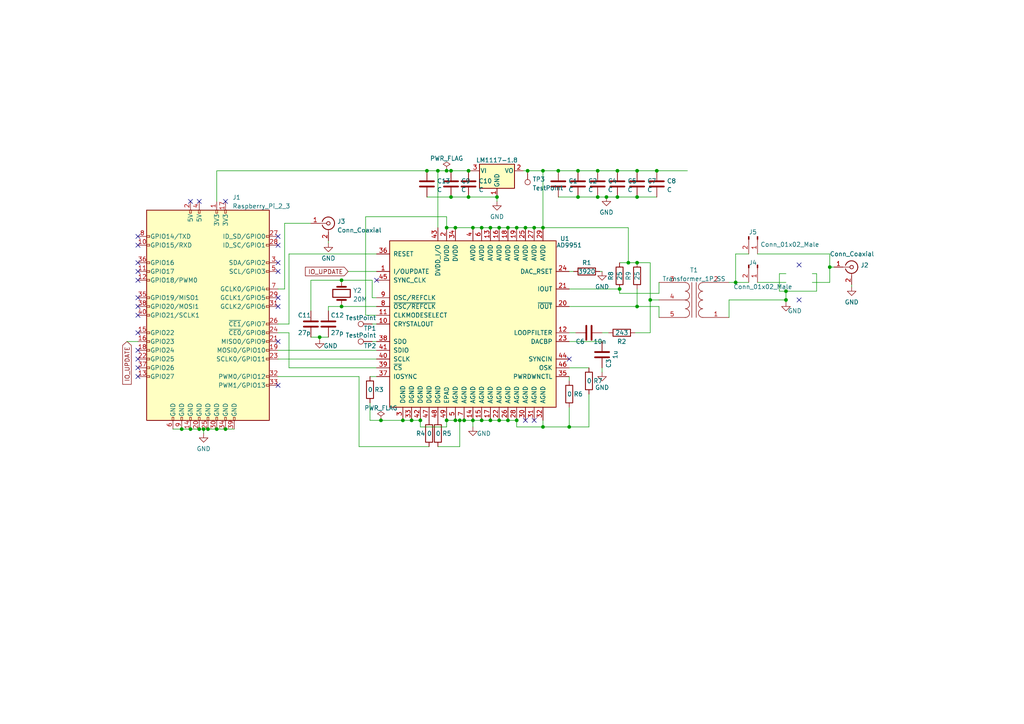
<source format=kicad_sch>
(kicad_sch (version 20211123) (generator eeschema)
  (paper "A4")
  (lib_symbols
    (symbol "Connector:Conn_01x02_Male" (pin_names (offset 1.016) hide)
      (property "Reference" "J" (at 0 2.54 0))
      (property "Value" "Conn_01x02_Male" (at 0 -5.08 0))
      (symbol "Conn_01x02_Male_1_1"
        (polyline (pts (xy 1.27 -2.54) (xy 0.8636 -2.54)) (stroke (width 0.1524)))
        (polyline (pts (xy 1.27 0) (xy 0.8636 0)) (stroke (width 0.1524)))
        (rectangle (start 0.8636 -2.413) (end 0 -2.667) (stroke (width 0.1524)) (fill (type outline)))
        (rectangle (start 0.8636 0.127) (end 0 -0.127) (stroke (width 0.1524)) (fill (type outline)))
        (pin passive line (at 5.08 0 180) (length 3.81) (name "Pin_1") (number "1"))
        (pin passive line (at 5.08 -2.54 180) (length 3.81) (name "Pin_2") (number "2"))
      )
    )
    (symbol "Connector:Conn_Coaxial" (pin_names (offset 1.016) hide)
      (property "Reference" "J" (at 0.254 3.048 0))
      (property "Value" "Conn_Coaxial" (at 2.921 0 90))
      (symbol "Conn_Coaxial_0_1"
        (arc (start -1.778 -0.508) (mid 0.2311 -1.8066) (end 1.778 0) (stroke (width 0.254)))
        (polyline (pts (xy -2.54 0) (xy -0.508 0)))
        (polyline (pts (xy 0 -2.54) (xy 0 -1.778)))
        (circle (center 0 0) (radius 0.508) (stroke (width 0.2032)))
        (arc (start 1.778 0) (mid 0.2099 1.8101) (end -1.778 0.508) (stroke (width 0.254)))
      )
      (symbol "Conn_Coaxial_1_1"
        (pin passive line (at -5.08 0 0) (length 2.54) (name "In") (number "1"))
        (pin passive line (at 0 -5.08 90) (length 2.54) (name "Ext") (number "2"))
      )
    )
    (symbol "Connector:Raspberry_Pi_2_3" (pin_names (offset 1.016))
      (property "Reference" "J" (at -17.78 31.75 0))
      (property "Value" "Raspberry_Pi_2_3" (at 10.16 -31.75 0))
      (symbol "Raspberry_Pi_2_3_0_1"
        (rectangle (start -17.78 30.48) (end 17.78 -30.48) (stroke (width 0.254)) (fill (type background)))
      )
      (symbol "Raspberry_Pi_2_3_1_1"
        (rectangle (start -16.891 -17.526) (end -17.78 -18.034))
        (rectangle (start -16.891 -14.986) (end -17.78 -15.494))
        (rectangle (start -16.891 -12.446) (end -17.78 -12.954))
        (rectangle (start -16.891 -9.906) (end -17.78 -10.414))
        (rectangle (start -16.891 -7.366) (end -17.78 -7.874))
        (rectangle (start -16.891 -4.826) (end -17.78 -5.334))
        (rectangle (start -16.891 0.254) (end -17.78 -0.254))
        (rectangle (start -16.891 2.794) (end -17.78 2.286))
        (rectangle (start -16.891 5.334) (end -17.78 4.826))
        (rectangle (start -16.891 10.414) (end -17.78 9.906))
        (rectangle (start -16.891 12.954) (end -17.78 12.446))
        (rectangle (start -16.891 15.494) (end -17.78 14.986))
        (rectangle (start -16.891 20.574) (end -17.78 20.066))
        (rectangle (start -16.891 23.114) (end -17.78 22.606))
        (rectangle (start -10.414 -29.591) (end -9.906 -30.48))
        (rectangle (start -7.874 -29.591) (end -7.366 -30.48))
        (rectangle (start -5.334 -29.591) (end -4.826 -30.48))
        (rectangle (start -5.334 30.48) (end -4.826 29.591))
        (rectangle (start -2.794 -29.591) (end -2.286 -30.48))
        (rectangle (start -2.794 30.48) (end -2.286 29.591))
        (rectangle (start -0.254 -29.591) (end 0.254 -30.48))
        (rectangle (start 2.286 -29.591) (end 2.794 -30.48))
        (rectangle (start 2.286 30.48) (end 2.794 29.591))
        (rectangle (start 4.826 -29.591) (end 5.334 -30.48))
        (rectangle (start 4.826 30.48) (end 5.334 29.591))
        (rectangle (start 7.366 -29.591) (end 7.874 -30.48))
        (rectangle (start 17.78 -20.066) (end 16.891 -20.574))
        (rectangle (start 17.78 -17.526) (end 16.891 -18.034))
        (rectangle (start 17.78 -12.446) (end 16.891 -12.954))
        (rectangle (start 17.78 -9.906) (end 16.891 -10.414))
        (rectangle (start 17.78 -7.366) (end 16.891 -7.874))
        (rectangle (start 17.78 -4.826) (end 16.891 -5.334))
        (rectangle (start 17.78 -2.286) (end 16.891 -2.794))
        (rectangle (start 17.78 2.794) (end 16.891 2.286))
        (rectangle (start 17.78 5.334) (end 16.891 4.826))
        (rectangle (start 17.78 7.874) (end 16.891 7.366))
        (rectangle (start 17.78 12.954) (end 16.891 12.446))
        (rectangle (start 17.78 15.494) (end 16.891 14.986))
        (rectangle (start 17.78 20.574) (end 16.891 20.066))
        (rectangle (start 17.78 23.114) (end 16.891 22.606))
        (pin power_in line (at 2.54 33.02 270) (length 2.54) (name "3V3") (number "1"))
        (pin bidirectional line (at -20.32 20.32 0) (length 2.54) (name "GPIO15/RXD") (number "10"))
        (pin bidirectional line (at -20.32 12.7 0) (length 2.54) (name "GPIO17") (number "11"))
        (pin bidirectional line (at -20.32 10.16 0) (length 2.54) (name "GPIO18/PWM0") (number "12"))
        (pin bidirectional line (at -20.32 -17.78 0) (length 2.54) (name "GPIO27") (number "13"))
        (pin power_in line (at -5.08 -33.02 90) (length 2.54) (name "GND") (number "14"))
        (pin bidirectional line (at -20.32 -5.08 0) (length 2.54) (name "GPIO22") (number "15"))
        (pin bidirectional line (at -20.32 -7.62 0) (length 2.54) (name "GPIO23") (number "16"))
        (pin power_in line (at 5.08 33.02 270) (length 2.54) (name "3V3") (number "17"))
        (pin bidirectional line (at -20.32 -10.16 0) (length 2.54) (name "GPIO24") (number "18"))
        (pin bidirectional line (at 20.32 -10.16 180) (length 2.54) (name "MOSI0/GPIO10") (number "19"))
        (pin power_in line (at -5.08 33.02 270) (length 2.54) (name "5V") (number "2"))
        (pin power_in line (at -2.54 -33.02 90) (length 2.54) (name "GND") (number "20"))
        (pin bidirectional line (at 20.32 -7.62 180) (length 2.54) (name "MISO0/GPIO9") (number "21"))
        (pin bidirectional line (at -20.32 -12.7 0) (length 2.54) (name "GPIO25") (number "22"))
        (pin bidirectional line (at 20.32 -12.7 180) (length 2.54) (name "SCLK0/GPIO11") (number "23"))
        (pin bidirectional line (at 20.32 -5.08 180) (length 2.54) (name "~{CE0}/GPIO8") (number "24"))
        (pin power_in line (at 0 -33.02 90) (length 2.54) (name "GND") (number "25"))
        (pin bidirectional line (at 20.32 -2.54 180) (length 2.54) (name "~{CE1}/GPIO7") (number "26"))
        (pin bidirectional line (at 20.32 22.86 180) (length 2.54) (name "ID_SD/GPIO0") (number "27"))
        (pin bidirectional line (at 20.32 20.32 180) (length 2.54) (name "ID_SC/GPIO1") (number "28"))
        (pin bidirectional line (at 20.32 5.08 180) (length 2.54) (name "GCLK1/GPIO5") (number "29"))
        (pin bidirectional line (at 20.32 15.24 180) (length 2.54) (name "SDA/GPIO2") (number "3"))
        (pin power_in line (at 2.54 -33.02 90) (length 2.54) (name "GND") (number "30"))
        (pin bidirectional line (at 20.32 2.54 180) (length 2.54) (name "GCLK2/GPIO6") (number "31"))
        (pin bidirectional line (at 20.32 -17.78 180) (length 2.54) (name "PWM0/GPIO12") (number "32"))
        (pin bidirectional line (at 20.32 -20.32 180) (length 2.54) (name "PWM1/GPIO13") (number "33"))
        (pin power_in line (at 5.08 -33.02 90) (length 2.54) (name "GND") (number "34"))
        (pin bidirectional line (at -20.32 5.08 0) (length 2.54) (name "GPIO19/MISO1") (number "35"))
        (pin bidirectional line (at -20.32 15.24 0) (length 2.54) (name "GPIO16") (number "36"))
        (pin bidirectional line (at -20.32 -15.24 0) (length 2.54) (name "GPIO26") (number "37"))
        (pin bidirectional line (at -20.32 2.54 0) (length 2.54) (name "GPIO20/MOSI1") (number "38"))
        (pin power_in line (at 7.62 -33.02 90) (length 2.54) (name "GND") (number "39"))
        (pin power_in line (at -2.54 33.02 270) (length 2.54) (name "5V") (number "4"))
        (pin bidirectional line (at -20.32 0 0) (length 2.54) (name "GPIO21/SCLK1") (number "40"))
        (pin bidirectional line (at 20.32 12.7 180) (length 2.54) (name "SCL/GPIO3") (number "5"))
        (pin power_in line (at -10.16 -33.02 90) (length 2.54) (name "GND") (number "6"))
        (pin bidirectional line (at 20.32 7.62 180) (length 2.54) (name "GCLK0/GPIO4") (number "7"))
        (pin bidirectional line (at -20.32 22.86 0) (length 2.54) (name "GPIO14/TXD") (number "8"))
        (pin power_in line (at -7.62 -33.02 90) (length 2.54) (name "GND") (number "9"))
      )
    )
    (symbol "Connector:TestPoint" (pin_numbers hide) (pin_names (offset 0.762) hide)
      (property "Reference" "TP" (at 0 6.858 0))
      (property "Value" "TestPoint" (at 0 5.08 0))
      (symbol "TestPoint_0_1"
        (circle (center 0 3.302) (radius 0.762))
      )
      (symbol "TestPoint_1_1"
        (pin passive line (at 0 0 90) (length 2.54) (name "1") (number "1"))
      )
    )
    (symbol "Device:C" (pin_numbers hide) (pin_names (offset 0.254))
      (property "Reference" "C" (at 0.635 2.54 0))
      (property "Value" "C" (at 0.635 -2.54 0))
      (symbol "C_0_1"
        (polyline (pts (xy -2.032 -0.762) (xy 2.032 -0.762)) (stroke (width 0.508)))
        (polyline (pts (xy -2.032 0.762) (xy 2.032 0.762)) (stroke (width 0.508)))
      )
      (symbol "C_1_1"
        (pin passive line (at 0 3.81 270) (length 2.794) (name "~") (number "1"))
        (pin passive line (at 0 -3.81 90) (length 2.794) (name "~") (number "2"))
      )
    )
    (symbol "Device:Crystal" (pin_numbers hide) (pin_names (offset 1.016) hide)
      (property "Reference" "Y" (at 0 3.81 0))
      (property "Value" "Crystal" (at 0 -3.81 0))
      (symbol "Crystal_0_1"
        (rectangle (start -1.143 2.54) (end 1.143 -2.54) (stroke (width 0.3048)))
        (polyline (pts (xy -2.54 0) (xy -1.905 0)))
        (polyline (pts (xy -1.905 -1.27) (xy -1.905 1.27)) (stroke (width 0.508)))
        (polyline (pts (xy 1.905 -1.27) (xy 1.905 1.27)) (stroke (width 0.508)))
        (polyline (pts (xy 2.54 0) (xy 1.905 0)))
      )
      (symbol "Crystal_1_1"
        (pin passive line (at -3.81 0 0) (length 1.27) (name "1") (number "1"))
        (pin passive line (at 3.81 0 180) (length 1.27) (name "2") (number "2"))
      )
    )
    (symbol "Device:R" (pin_numbers hide) (pin_names (offset 0))
      (property "Reference" "R" (at 2.032 0 90))
      (property "Value" "R" (at 0 0 90))
      (symbol "R_0_1"
        (rectangle (start -1.016 -2.54) (end 1.016 2.54) (stroke (width 0.254)))
      )
      (symbol "R_1_1"
        (pin passive line (at 0 3.81 270) (length 1.27) (name "~") (number "1"))
        (pin passive line (at 0 -3.81 90) (length 1.27) (name "~") (number "2"))
      )
    )
    (symbol "Device:Transformer_1P_SS" (pin_names (offset 1.016) hide)
      (property "Reference" "T" (at 0 6.35 0))
      (property "Value" "Transformer_1P_SS" (at 0 -7.62 0))
      (symbol "Transformer_1P_SS_0_1"
        (arc (start -2.54 -5.0546) (mid -1.6599 -4.6901) (end -1.27 -3.81))
        (arc (start -2.54 -2.5146) (mid -1.6599 -2.1501) (end -1.27 -1.27))
        (arc (start -2.54 0.0254) (mid -1.6599 0.3899) (end -1.27 1.27))
        (arc (start -2.54 2.5654) (mid -1.6599 2.9299) (end -1.27 3.81))
        (arc (start -1.27 -3.81) (mid -1.642 -2.912) (end -2.54 -2.54))
        (arc (start -1.27 -1.27) (mid -1.642 -0.372) (end -2.54 0))
        (arc (start -1.27 1.27) (mid -1.642 2.168) (end -2.54 2.54))
        (arc (start -1.27 3.81) (mid -1.642 4.708) (end -2.54 5.08))
        (polyline (pts (xy -0.635 5.08) (xy -0.635 -5.08)))
        (polyline (pts (xy 0.635 -5.08) (xy 0.635 5.08)))
        (arc (start 1.2954 -1.27) (mid 1.6599 -2.1501) (end 2.54 -2.5146))
        (arc (start 1.2954 1.27) (mid 1.6599 0.3899) (end 2.54 0.0254))
        (arc (start 1.2954 3.81) (mid 1.6599 2.9299) (end 2.54 2.5654))
        (arc (start 1.3208 -3.81) (mid 1.6853 -4.6901) (end 2.5654 -5.0546))
        (arc (start 2.54 0) (mid 1.642 -0.372) (end 1.2954 -1.27))
        (arc (start 2.54 2.54) (mid 1.642 2.168) (end 1.2954 1.27))
        (arc (start 2.54 5.08) (mid 1.642 4.708) (end 1.2954 3.81))
        (arc (start 2.5654 -2.54) (mid 1.6674 -2.912) (end 1.3208 -3.81))
      )
      (symbol "Transformer_1P_SS_1_1"
        (pin passive line (at -10.16 5.08 0) (length 7.62) (name "AA") (number "1"))
        (pin passive line (at -10.16 -5.08 0) (length 7.62) (name "AB") (number "2"))
        (pin passive line (at 10.16 -5.08 180) (length 7.62) (name "SA") (number "3"))
        (pin passive line (at 10.16 0 180) (length 7.62) (name "SC") (number "4"))
        (pin passive line (at 10.16 5.08 180) (length 7.62) (name "SB") (number "5"))
      )
    )
    (symbol "Interface:AD9951" (pin_names (offset 1.016))
      (property "Reference" "U" (at -24.13 27.94 0))
      (property "Value" "AD9951" (at -24.13 25.4 0))
      (symbol "AD9951_0_1"
        (rectangle (start -24.13 24.13) (end 24.13 -24.13) (stroke (width 0.254)) (fill (type background)))
      )
      (symbol "AD9951_1_1"
        (pin bidirectional line (at -27.94 15.24 0) (length 3.81) (name "I/OUPDATE") (number "1"))
        (pin output line (at -27.94 0 0) (length 3.81) (name "CRYSTALOUT") (number "10"))
        (pin input line (at -27.94 2.54 0) (length 3.81) (name "CLKMODESELECT") (number "11"))
        (pin input line (at 27.94 -2.54 180) (length 3.81) (name "LOOPFILTER") (number "12"))
        (pin power_in line (at 5.08 27.94 270) (length 3.81) (name "AVDD") (number "13"))
        (pin power_in line (at 0 -27.94 90) (length 3.81) (name "AGND") (number "14"))
        (pin power_in line (at 2.54 -27.94 90) (length 3.81) (name "AGND") (number "15"))
        (pin power_in line (at 7.62 27.94 270) (length 3.81) (name "AVDD") (number "16"))
        (pin power_in line (at 5.08 -27.94 90) (length 3.81) (name "AGND") (number "17"))
        (pin power_in line (at 10.16 27.94 270) (length 3.81) (name "AVDD") (number "18"))
        (pin power_in line (at 12.7 27.94 270) (length 3.81) (name "AVDD") (number "19"))
        (pin power_in line (at -7.62 27.94 270) (length 3.81) (name "DVDD") (number "2"))
        (pin output line (at 27.94 5.08 180) (length 3.81) (name "~{IOUT}") (number "20"))
        (pin output line (at 27.94 10.16 180) (length 3.81) (name "IOUT") (number "21"))
        (pin power_in line (at 7.62 -27.94 90) (length 3.81) (name "AGND") (number "22"))
        (pin input line (at 27.94 -5.08 180) (length 3.81) (name "DACBP") (number "23"))
        (pin input line (at 27.94 15.24 180) (length 3.81) (name "DAC_RSET") (number "24"))
        (pin power_in line (at 15.24 27.94 270) (length 3.81) (name "AVDD") (number "25"))
        (pin power_in line (at 10.16 -27.94 90) (length 3.81) (name "AGND") (number "26"))
        (pin power_in line (at 17.78 27.94 270) (length 3.81) (name "AVDD") (number "27"))
        (pin power_in line (at 12.7 -27.94 90) (length 3.81) (name "AGND") (number "28"))
        (pin power_in line (at 20.32 27.94 270) (length 3.81) (name "AVDD") (number "29"))
        (pin power_in line (at -20.32 -27.94 90) (length 3.81) (name "DGND") (number "3"))
        (pin power_in line (at 15.24 -27.94 90) (length 3.81) (name "AGND") (number "30"))
        (pin power_in line (at 17.78 -27.94 90) (length 3.81) (name "AGND") (number "31"))
        (pin power_in line (at 20.32 -27.94 90) (length 3.81) (name "AGND") (number "32"))
        (pin power_in line (at -17.78 -27.94 90) (length 3.81) (name "DGND") (number "33"))
        (pin power_in line (at -5.08 27.94 270) (length 3.81) (name "DVDD") (number "34"))
        (pin input line (at 27.94 -15.24 180) (length 3.81) (name "PWRDWNCTL") (number "35"))
        (pin input line (at -27.94 20.32 0) (length 3.81) (name "RESET") (number "36"))
        (pin output line (at -27.94 -15.24 0) (length 3.81) (name "IOSYNC") (number "37"))
        (pin output line (at -27.94 -5.08 0) (length 3.81) (name "SDO") (number "38"))
        (pin input line (at -27.94 -12.7 0) (length 3.81) (name "~{CS}") (number "39"))
        (pin power_in line (at 0 27.94 270) (length 3.81) (name "AVDD") (number "4"))
        (pin input line (at -27.94 -10.16 0) (length 3.81) (name "SCLK") (number "40"))
        (pin bidirectional line (at -27.94 -7.62 0) (length 3.81) (name "SDIO") (number "41"))
        (pin power_in line (at -15.24 -27.94 90) (length 3.81) (name "DGND") (number "42"))
        (pin power_in line (at -10.16 27.94 270) (length 3.81) (name "DVDD_I/O") (number "43"))
        (pin power_in line (at 27.94 -10.16 180) (length 3.81) (name "SYNCIN") (number "44"))
        (pin output line (at -27.94 12.7 0) (length 3.81) (name "SYNC_CLK") (number "45"))
        (pin output line (at 27.94 -12.7 180) (length 3.81) (name "OSK") (number "46"))
        (pin power_in line (at -12.7 -27.94 90) (length 3.81) (name "DGND") (number "47"))
        (pin power_in line (at -10.16 -27.94 90) (length 3.81) (name "DGND") (number "48"))
        (pin power_in line (at -7.62 -27.94 90) (length 3.81) (name "EPAD") (number "49"))
        (pin power_in line (at -5.08 -27.94 90) (length 3.81) (name "AGND") (number "5"))
        (pin power_in line (at 2.54 27.94 270) (length 3.81) (name "AVDD") (number "6"))
        (pin power_in line (at -2.54 -27.94 90) (length 3.81) (name "AGND") (number "7"))
        (pin input line (at -27.94 5.08 0) (length 3.81) (name "~{OSC/REFCLK}") (number "8"))
        (pin input line (at -27.94 7.62 0) (length 3.81) (name "OSC/REFCLK") (number "9"))
      )
    )
    (symbol "Regulator_Linear:LM1117-3.3" (pin_names (offset 0.254))
      (property "Reference" "U" (at -3.81 3.175 0))
      (property "Value" "LM1117-3.3" (at 0 3.175 0))
      (symbol "LM1117-3.3_0_1"
        (rectangle (start -5.08 -5.08) (end 5.08 1.905) (stroke (width 0.254)) (fill (type background)))
      )
      (symbol "LM1117-3.3_1_1"
        (pin power_in line (at 0 -7.62 90) (length 2.54) (name "GND") (number "1"))
        (pin power_out line (at 7.62 0 180) (length 2.54) (name "VO") (number "2"))
        (pin power_in line (at -7.62 0 0) (length 2.54) (name "VI") (number "3"))
      )
    )
    (symbol "power:GND" (power) (pin_names (offset 0))
      (property "Value" "GND" (at 0 -3.81 0))
      (symbol "GND_0_1"
        (polyline (pts (xy 0 0) (xy 0 -1.27) (xy 1.27 -1.27) (xy 0 -2.54) (xy -1.27 -1.27) (xy 0 -1.27)))
      )
      (symbol "GND_1_1"
        (pin power_in line (at 0 0 270) (length 0) hide (name "GND") (number "1"))
      )
    )
    (symbol "power:PWR_FLAG" (power) (pin_numbers hide) (pin_names (offset 0) hide)
      (property "Value" "PWR_FLAG" (at 0 3.81 0))
      (symbol "PWR_FLAG_0_0"
        (pin power_out line (at 0 0 90) (length 0) (name "pwr") (number "1"))
      )
      (symbol "PWR_FLAG_0_1"
        (polyline (pts (xy 0 0) (xy 0 1.27) (xy -1.016 1.905) (xy 0 2.54) (xy 1.016 1.905) (xy 0 1.27)))
      )
    )
  )
  (junction (at 129.54 121.92))
  (junction (at 240.665 77.47))
  (junction (at 149.86 66.04))
  (junction (at 147.32 121.92))
  (junction (at 182.245 76.2))
  (junction (at 184.785 57.15))
  (junction (at 184.785 76.2))
  (junction (at 153.035 49.53))
  (junction (at 227.965 86.995))
  (junction (at 188.595 86.995))
  (junction (at 157.48 123.825))
  (junction (at 167.64 49.53))
  (junction (at 121.92 121.92))
  (junction (at 127 49.53))
  (junction (at 116.84 121.92))
  (junction (at 179.705 83.82))
  (junction (at 147.32 66.04))
  (junction (at 139.7 66.04))
  (junction (at 132.08 121.92))
  (junction (at 175.895 57.15))
  (junction (at 57.785 124.46))
  (junction (at 60.325 124.46))
  (junction (at 92.71 97.79))
  (junction (at 161.925 49.53))
  (junction (at 142.24 121.92))
  (junction (at 55.245 124.46))
  (junction (at 173.355 49.53))
  (junction (at 62.865 124.46))
  (junction (at 184.785 49.53))
  (junction (at 65.405 124.46))
  (junction (at 137.16 66.04))
  (junction (at 179.07 49.53))
  (junction (at 173.355 57.15))
  (junction (at 132.08 66.04))
  (junction (at 59.055 124.46))
  (junction (at 227.965 84.455))
  (junction (at 134.62 121.92))
  (junction (at 154.94 66.04))
  (junction (at 129.54 66.04))
  (junction (at 130.81 57.15))
  (junction (at 157.48 49.53))
  (junction (at 123.825 49.53))
  (junction (at 119.38 121.92))
  (junction (at 144.78 66.04))
  (junction (at 149.86 121.92))
  (junction (at 144.78 121.92))
  (junction (at 144.145 57.15))
  (junction (at 179.07 57.15))
  (junction (at 133.35 121.92))
  (junction (at 52.705 124.46))
  (junction (at 152.4 66.04))
  (junction (at 165.1 123.825))
  (junction (at 130.81 49.53))
  (junction (at 184.785 88.9))
  (junction (at 139.7 121.92))
  (junction (at 99.06 81.28))
  (junction (at 167.64 57.15))
  (junction (at 99.06 88.9))
  (junction (at 135.89 49.53))
  (junction (at 142.24 66.04))
  (junction (at 129.54 49.53))
  (junction (at 213.36 81.915))
  (junction (at 110.49 121.92))
  (junction (at 135.89 57.15))
  (junction (at 190.5 49.53))
  (junction (at 157.48 66.04))
  (junction (at 137.16 121.92))
  (no_connect (at 109.22 81.28))
  (no_connect (at 40.005 96.52))
  (no_connect (at 40.005 101.6))
  (no_connect (at 40.005 104.14))
  (no_connect (at 40.005 91.44))
  (no_connect (at 40.005 88.9))
  (no_connect (at 40.005 86.36))
  (no_connect (at 40.005 81.28))
  (no_connect (at 40.005 71.12))
  (no_connect (at 40.005 76.2))
  (no_connect (at 40.005 78.74))
  (no_connect (at 40.005 68.58))
  (no_connect (at 55.245 58.42))
  (no_connect (at 57.785 58.42))
  (no_connect (at 65.405 58.42))
  (no_connect (at 80.645 68.58))
  (no_connect (at 80.645 71.12))
  (no_connect (at 80.645 76.2))
  (no_connect (at 80.645 78.74))
  (no_connect (at 80.645 86.36))
  (no_connect (at 40.005 106.68))
  (no_connect (at 40.005 109.22))
  (no_connect (at 80.645 111.76))
  (no_connect (at 80.645 88.9))
  (no_connect (at 231.775 76.835))
  (no_connect (at 231.775 86.995))
  (no_connect (at 154.94 121.92))
  (no_connect (at 152.4 121.92))
  (no_connect (at 165.1 104.14))
  (no_connect (at 80.645 99.06))
  (wire (pts (xy 139.7 66.04) (xy 142.24 66.04)))
  (wire (pts (xy 133.35 129.54) (xy 133.35 121.92)))
  (wire (pts (xy 179.07 57.15) (xy 184.785 57.15)))
  (wire (pts (xy 99.06 88.9) (xy 109.22 88.9)))
  (wire (pts (xy 226.06 84.455) (xy 227.965 84.455)))
  (wire (pts (xy 165.1 99.06) (xy 174.625 99.06)))
  (wire (pts (xy 107.95 81.28) (xy 107.95 86.36)))
  (wire (pts (xy 236.855 79.375) (xy 236.855 84.455)))
  (wire (pts (xy 139.7 121.92) (xy 142.24 121.92)))
  (wire (pts (xy 106.045 62.865) (xy 106.045 91.44)))
  (wire (pts (xy 182.245 66.04) (xy 182.245 76.2)))
  (wire (pts (xy 83.82 93.98) (xy 83.82 73.66)))
  (wire (pts (xy 165.1 83.82) (xy 179.705 83.82)))
  (wire (pts (xy 165.1 123.825) (xy 170.815 123.825)))
  (wire (pts (xy 123.825 57.15) (xy 130.81 57.15)))
  (wire (pts (xy 59.055 124.46) (xy 59.055 125.73)))
  (wire (pts (xy 99.06 81.28) (xy 107.95 81.28)))
  (wire (pts (xy 188.595 86.995) (xy 188.595 76.2)))
  (wire (pts (xy 175.895 57.15) (xy 179.07 57.15)))
  (wire (pts (xy 191.135 81.915) (xy 191.135 85.09)))
  (wire (pts (xy 157.48 49.53) (xy 157.48 66.04)))
  (wire (pts (xy 226.06 79.375) (xy 226.06 84.455)))
  (wire (pts (xy 110.49 121.92) (xy 107.315 121.92)))
  (wire (pts (xy 137.16 121.92) (xy 137.16 123.825)))
  (wire (pts (xy 104.14 129.54) (xy 124.46 129.54)))
  (wire (pts (xy 62.865 124.46) (xy 65.405 124.46)))
  (wire (pts (xy 235.585 81.915) (xy 240.665 81.915)))
  (wire (pts (xy 227.965 86.995) (xy 227.965 87.63)))
  (wire (pts (xy 157.48 49.53) (xy 161.925 49.53)))
  (wire (pts (xy 106.045 91.44) (xy 109.22 91.44)))
  (wire (pts (xy 116.84 121.92) (xy 119.38 121.92)))
  (wire (pts (xy 142.24 121.92) (xy 144.78 121.92)))
  (wire (pts (xy 227.965 86.995) (xy 211.455 86.995)))
  (wire (pts (xy 154.94 66.04) (xy 157.48 66.04)))
  (wire (pts (xy 60.325 124.46) (xy 62.865 124.46)))
  (wire (pts (xy 80.645 101.6) (xy 109.22 101.6)))
  (wire (pts (xy 184.785 76.2) (xy 188.595 76.2)))
  (wire (pts (xy 80.645 104.14) (xy 109.22 104.14)))
  (wire (pts (xy 217.17 73.66) (xy 213.36 73.66)))
  (wire (pts (xy 184.785 57.15) (xy 190.5 57.15)))
  (wire (pts (xy 191.135 86.995) (xy 188.595 86.995)))
  (wire (pts (xy 62.865 49.53) (xy 62.865 58.42)))
  (wire (pts (xy 144.78 66.04) (xy 147.32 66.04)))
  (wire (pts (xy 57.785 124.46) (xy 59.055 124.46)))
  (wire (pts (xy 247.015 82.55) (xy 247.015 83.185)))
  (wire (pts (xy 90.17 97.79) (xy 92.71 97.79)))
  (wire (pts (xy 174.625 106.68) (xy 174.625 107.95)))
  (wire (pts (xy 147.32 121.92) (xy 149.86 121.92)))
  (wire (pts (xy 213.36 73.66) (xy 213.36 81.915)))
  (wire (pts (xy 121.92 121.92) (xy 121.92 123.825)))
  (wire (pts (xy 152.4 66.04) (xy 154.94 66.04)))
  (wire (pts (xy 121.92 123.825) (xy 129.54 123.825)))
  (wire (pts (xy 119.38 121.92) (xy 121.92 121.92)))
  (wire (pts (xy 107.95 93.98) (xy 109.22 93.98)))
  (wire (pts (xy 95.25 69.85) (xy 95.25 70.485)))
  (wire (pts (xy 184.785 83.82) (xy 184.785 88.9)))
  (wire (pts (xy 129.54 66.04) (xy 132.08 66.04)))
  (wire (pts (xy 127 49.53) (xy 123.825 49.53)))
  (wire (pts (xy 240.665 77.47) (xy 240.665 81.915)))
  (wire (pts (xy 157.48 123.825) (xy 165.1 123.825)))
  (wire (pts (xy 95.25 88.9) (xy 99.06 88.9)))
  (wire (pts (xy 129.54 121.92) (xy 132.08 121.92)))
  (wire (pts (xy 83.82 106.68) (xy 109.22 106.68)))
  (wire (pts (xy 50.165 124.46) (xy 52.705 124.46)))
  (wire (pts (xy 144.145 57.15) (xy 144.145 58.42)))
  (wire (pts (xy 142.24 66.04) (xy 144.78 66.04)))
  (wire (pts (xy 157.48 123.825) (xy 157.48 121.92)))
  (wire (pts (xy 182.245 76.2) (xy 179.705 76.2)))
  (wire (pts (xy 188.595 96.52) (xy 184.15 96.52)))
  (wire (pts (xy 219.71 81.915) (xy 227.965 81.915)))
  (wire (pts (xy 132.08 121.92) (xy 133.35 121.92)))
  (wire (pts (xy 129.54 66.04) (xy 129.54 62.865)))
  (wire (pts (xy 127 129.54) (xy 133.35 129.54)))
  (wire (pts (xy 147.32 66.04) (xy 149.86 66.04)))
  (wire (pts (xy 213.36 81.915) (xy 217.17 81.915)))
  (wire (pts (xy 134.62 121.92) (xy 137.16 121.92)))
  (wire (pts (xy 80.645 83.82) (xy 82.55 83.82)))
  (wire (pts (xy 130.81 49.53) (xy 135.89 49.53)))
  (wire (pts (xy 129.54 62.865) (xy 106.045 62.865)))
  (wire (pts (xy 144.78 121.92) (xy 147.32 121.92)))
  (wire (pts (xy 173.355 49.53) (xy 179.07 49.53)))
  (wire (pts (xy 190.5 49.53) (xy 199.39 49.53)))
  (wire (pts (xy 161.925 49.53) (xy 167.64 49.53)))
  (wire (pts (xy 165.1 78.74) (xy 166.37 78.74)))
  (wire (pts (xy 107.95 99.06) (xy 109.22 99.06)))
  (wire (pts (xy 240.665 73.66) (xy 240.665 77.47)))
  (wire (pts (xy 165.1 96.52) (xy 167.005 96.52)))
  (wire (pts (xy 82.55 64.77) (xy 90.17 64.77)))
  (wire (pts (xy 80.645 93.98) (xy 83.82 93.98)))
  (wire (pts (xy 130.81 57.15) (xy 135.89 57.15)))
  (wire (pts (xy 36.83 99.06) (xy 40.005 99.06)))
  (wire (pts (xy 137.16 121.92) (xy 139.7 121.92)))
  (wire (pts (xy 151.765 49.53) (xy 153.035 49.53)))
  (wire (pts (xy 227.965 79.375) (xy 226.06 79.375)))
  (wire (pts (xy 165.1 109.22) (xy 165.1 110.49)))
  (wire (pts (xy 107.95 86.36) (xy 109.22 86.36)))
  (wire (pts (xy 92.71 97.79) (xy 95.25 97.79)))
  (wire (pts (xy 133.35 121.92) (xy 134.62 121.92)))
  (wire (pts (xy 92.71 97.79) (xy 92.71 98.425)))
  (wire (pts (xy 211.455 86.995) (xy 211.455 92.075)))
  (wire (pts (xy 83.82 96.52) (xy 83.82 106.68)))
  (wire (pts (xy 52.705 124.46) (xy 55.245 124.46)))
  (wire (pts (xy 107.315 109.22) (xy 109.22 109.22)))
  (wire (pts (xy 100.965 78.74) (xy 109.22 78.74)))
  (wire (pts (xy 90.17 81.28) (xy 90.17 90.17)))
  (wire (pts (xy 165.1 88.9) (xy 184.785 88.9)))
  (wire (pts (xy 179.07 49.53) (xy 184.785 49.53)))
  (wire (pts (xy 240.665 77.47) (xy 241.935 77.47)))
  (wire (pts (xy 123.825 49.53) (xy 62.865 49.53)))
  (wire (pts (xy 182.245 76.2) (xy 184.785 76.2)))
  (wire (pts (xy 153.035 49.53) (xy 157.48 49.53)))
  (wire (pts (xy 219.71 73.66) (xy 240.665 73.66)))
  (wire (pts (xy 132.08 66.04) (xy 137.16 66.04)))
  (wire (pts (xy 211.455 81.915) (xy 213.36 81.915)))
  (wire (pts (xy 107.315 121.92) (xy 107.315 116.84)))
  (wire (pts (xy 110.49 121.92) (xy 116.84 121.92)))
  (wire (pts (xy 161.925 57.15) (xy 167.64 57.15)))
  (wire (pts (xy 235.585 79.375) (xy 236.855 79.375)))
  (wire (pts (xy 90.17 81.28) (xy 99.06 81.28)))
  (wire (pts (xy 127 66.04) (xy 127 49.53)))
  (wire (pts (xy 135.89 57.15) (xy 144.145 57.15)))
  (wire (pts (xy 157.48 66.04) (xy 182.245 66.04)))
  (wire (pts (xy 174.625 96.52) (xy 176.53 96.52)))
  (wire (pts (xy 83.82 73.66) (xy 109.22 73.66)))
  (wire (pts (xy 95.25 88.9) (xy 95.25 90.17)))
  (wire (pts (xy 173.99 78.74) (xy 174.625 78.74)))
  (wire (pts (xy 227.965 84.455) (xy 236.855 84.455)))
  (wire (pts (xy 80.645 96.52) (xy 83.82 96.52)))
  (wire (pts (xy 127 49.53) (xy 129.54 49.53)))
  (wire (pts (xy 165.1 123.825) (xy 165.1 118.11)))
  (wire (pts (xy 167.64 49.53) (xy 173.355 49.53)))
  (wire (pts (xy 82.55 64.77) (xy 82.55 83.82)))
  (wire (pts (xy 191.135 88.9) (xy 191.135 92.075)))
  (wire (pts (xy 149.86 121.92) (xy 149.86 123.825)))
  (wire (pts (xy 179.705 83.82) (xy 179.705 85.09)))
  (wire (pts (xy 137.16 66.04) (xy 139.7 66.04)))
  (wire (pts (xy 80.645 109.22) (xy 104.14 109.22)))
  (wire (pts (xy 170.815 123.825) (xy 170.815 114.3)))
  (wire (pts (xy 188.595 86.995) (xy 188.595 96.52)))
  (wire (pts (xy 179.705 85.09) (xy 191.135 85.09)))
  (wire (pts (xy 129.54 121.92) (xy 129.54 123.825)))
  (wire (pts (xy 184.785 88.9) (xy 191.135 88.9)))
  (wire (pts (xy 129.54 49.53) (xy 130.81 49.53)))
  (wire (pts (xy 135.89 49.53) (xy 136.525 49.53)))
  (wire (pts (xy 184.785 49.53) (xy 190.5 49.53)))
  (wire (pts (xy 65.405 124.46) (xy 67.945 124.46)))
  (wire (pts (xy 167.64 57.15) (xy 173.355 57.15)))
  (wire (pts (xy 227.965 84.455) (xy 227.965 86.995)))
  (wire (pts (xy 104.14 109.22) (xy 104.14 129.54)))
  (wire (pts (xy 173.355 57.15) (xy 175.895 57.15)))
  (wire (pts (xy 149.86 66.04) (xy 152.4 66.04)))
  (wire (pts (xy 165.1 106.68) (xy 170.815 106.68)))
  (wire (pts (xy 55.245 124.46) (xy 57.785 124.46)))
  (wire (pts (xy 149.86 123.825) (xy 157.48 123.825)))
  (wire (pts (xy 59.055 124.46) (xy 60.325 124.46)))
  (global_label "IO_UPDATE" (shape input) (at 100.965 78.74 180) (property "Intersheet References" "${INTERSHEET_REFS}" (effects hide)))
  (global_label "IO_UPDATE" (shape input) (at 36.83 99.06 270) (property "Intersheet References" "${INTERSHEET_REFS}" (effects hide)))
  (symbol (lib_id "power:PWR_FLAG") (at 110.49 121.92 0) (unit 1)
    (property "Reference" "#FLG0102" (effects hide))
    (property "Value" "PWR_FLAG" (at 110.49 118.3442 0))
  )
  (symbol (lib_id "Device:C") (at 161.925 53.34 0) (unit 1)
    (property "Reference" "C1" (at 164.846 52.5053 0) (effects (justify left)))
    (property "Value" "C" (at 164.846 55.0422 0) (effects (justify left)))
    (property "Footprint" "Capacitor_SMD:C_0603_1608Metric_Pad1.08x0.95mm_HandSolder" (effects hide))
  )
  (symbol (lib_id "Device:Crystal") (at 99.06 85.09 270) (unit 1)
    (property "Reference" "Y2" (at 102.3874 84.2553 90) (effects (justify left)))
    (property "Value" "20M" (at 102.3874 86.7922 90) (effects (justify left)))
    (property "Footprint" "Crystal:Crystal_SMD_HC49-SD_HandSoldering" (effects hide))
  )
  (symbol (lib_id "power:GND") (at 227.965 87.63 0) (unit 1)
    (property "Reference" "#PWR08" (effects hide))
    (property "Value" "GND" (at 230.505 90.17 0))
  )
  (symbol (lib_id "Device:C") (at 123.825 53.34 0) (unit 1)
    (property "Reference" "C13" (at 126.746 52.5053 0) (effects (justify left)))
    (property "Value" "C" (at 126.746 55.0422 0) (effects (justify left)))
    (property "Footprint" "Capacitor_SMD:C_0603_1608Metric_Pad1.08x0.95mm_HandSolder" (effects hide))
  )
  (symbol (lib_id "Device:R") (at 127 125.73 0) (unit 1)
    (property "Reference" "R5" (at 128.27 125.73 0) (effects (justify left)))
    (property "Value" "0" (at 126.365 125.73 0) (effects (justify left)))
    (property "Footprint" "Resistor_SMD:R_0603_1608Metric_Pad0.98x0.95mm_HandSolder" (effects hide))
  )
  (symbol (lib_id "Device:C") (at 179.07 53.34 0) (unit 1)
    (property "Reference" "C5" (at 181.991 52.5053 0) (effects (justify left)))
    (property "Value" "C" (at 181.991 55.0422 0) (effects (justify left)))
    (property "Footprint" "Capacitor_SMD:C_0603_1608Metric_Pad1.08x0.95mm_HandSolder" (effects hide))
  )
  (symbol (lib_id "power:GND") (at 92.71 98.425 0) (unit 1)
    (property "Reference" "#PWR0101" (effects hide))
    (property "Value" "GND" (at 95.885 100.33 0))
  )
  (symbol (lib_id "Connector:Conn_01x02_Male") (at 219.71 68.58 270) (unit 1)
    (property "Reference" "J5" (at 217.17 67.31 90) (effects (justify left)))
    (property "Value" "Conn_01x02_Male" (at 220.5482 70.9172 90) (effects (justify left)))
    (property "Footprint" "Connector_PinHeader_2.54mm:PinHeader_1x02_P2.54mm_Vertical" (effects hide))
  )
  (symbol (lib_id "Interface:AD9951") (at 137.16 93.98 0) (unit 1)
    (property "Reference" "U1" (at 163.83 69.215 0))
    (property "Value" "AD9951" (at 165.1 71.12 0))
    (property "Footprint" "Package_QFP:TQFP-48-1EP_7x7mm_P0.5mm_EP3.5x3.5mm" (effects hide))
    (property "Datasheet" "https://www.analog.com/static/imported-files/data_sheets/AD9951.pdf" (effects hide))
  )
  (symbol (lib_id "Device:R") (at 170.815 110.49 180) (unit 1)
    (property "Reference" "R7" (at 172.085 110.49 0) (effects (justify right)))
    (property "Value" "0" (at 170.18 110.49 0) (effects (justify right)))
    (property "Footprint" "Resistor_SMD:R_0603_1608Metric_Pad0.98x0.95mm_HandSolder" (effects hide))
  )
  (symbol (lib_id "Device:C") (at 90.17 93.98 0) (unit 1)
    (property "Reference" "C11" (at 86.36 91.44 0) (effects (justify left)))
    (property "Value" "27p" (at 86.36 96.52 0) (effects (justify left)))
    (property "Footprint" "Capacitor_SMD:C_0603_1608Metric_Pad1.08x0.95mm_HandSolder" (effects hide))
  )
  (symbol (lib_id "Device:R") (at 179.705 80.01 180) (unit 1)
    (property "Reference" "R8" (at 177.165 80.01 90))
    (property "Value" "25" (at 179.705 80.01 90))
    (property "Footprint" "Resistor_SMD:R_0603_1608Metric_Pad0.98x0.95mm_HandSolder" (effects hide))
  )
  (symbol (lib_id "Device:C") (at 173.355 53.34 0) (unit 1)
    (property "Reference" "C4" (at 176.276 52.5053 0) (effects (justify left)))
    (property "Value" "C" (at 176.276 55.0422 0) (effects (justify left)))
    (property "Footprint" "Capacitor_SMD:C_0603_1608Metric_Pad1.08x0.95mm_HandSolder" (effects hide))
  )
  (symbol (lib_id "Device:C") (at 135.89 53.34 0) (unit 1)
    (property "Reference" "C10" (at 138.811 52.5053 0) (effects (justify left)))
    (property "Value" "C" (at 138.811 55.0422 0) (effects (justify left)))
    (property "Footprint" "Capacitor_SMD:C_0603_1608Metric_Pad1.08x0.95mm_HandSolder" (effects hide))
  )
  (symbol (lib_id "Connector:Raspberry_Pi_2_3") (at 60.325 91.44 0) (unit 1)
    (property "Reference" "J1" (at 67.4244 57.2602 0) (effects (justify left)))
    (property "Value" "Raspberry_Pi_2_3" (at 67.4244 59.7971 0) (effects (justify left)))
    (property "Footprint" "Connector_PinSocket_2.54mm:PinSocket_2x20_P2.54mm_Vertical" (effects hide))
    (property "Datasheet" "https://www.raspberrypi.org/documentation/hardware/raspberrypi/schematics/rpi_SCH_3bplus_1p0_reduced.pdf" (effects hide))
  )
  (symbol (lib_id "Device:R") (at 124.46 125.73 0) (unit 1)
    (property "Reference" "R4" (at 120.65 125.73 0) (effects (justify left)))
    (property "Value" "0" (at 123.825 125.73 0) (effects (justify left)))
    (property "Footprint" "Resistor_SMD:R_0603_1608Metric_Pad0.98x0.95mm_HandSolder" (effects hide))
  )
  (symbol (lib_id "power:GND") (at 174.625 107.95 0) (unit 1)
    (property "Reference" "#PWR06" (effects hide))
    (property "Value" "GND" (at 174.625 112.3934 0))
  )
  (symbol (lib_id "Device:R") (at 184.785 80.01 180) (unit 1)
    (property "Reference" "R9" (at 182.245 80.01 90))
    (property "Value" "25" (at 184.785 80.01 90))
    (property "Footprint" "Resistor_SMD:R_0603_1608Metric_Pad0.98x0.95mm_HandSolder" (effects hide))
  )
  (symbol (lib_id "Device:R") (at 180.34 96.52 270) (unit 1)
    (property "Reference" "R2" (at 180.34 99.06 90))
    (property "Value" "243" (at 180.34 96.52 90))
    (property "Footprint" "Resistor_SMD:R_0603_1608Metric_Pad0.98x0.95mm_HandSolder" (effects hide))
  )
  (symbol (lib_id "Device:C") (at 167.64 53.34 0) (unit 1)
    (property "Reference" "C2" (at 170.561 52.5053 0) (effects (justify left)))
    (property "Value" "C" (at 170.561 55.0422 0) (effects (justify left)))
    (property "Footprint" "Capacitor_SMD:C_0603_1608Metric_Pad1.08x0.95mm_HandSolder" (effects hide))
  )
  (symbol (lib_id "power:GND") (at 174.625 78.74 0) (unit 1)
    (property "Reference" "#PWR0103" (effects hide))
    (property "Value" "GND" (at 174.625 83.1834 0))
  )
  (symbol (lib_id "Connector:Conn_Coaxial") (at 95.25 64.77 0) (unit 1)
    (property "Reference" "J3" (at 97.79 64.2285 0) (effects (justify left)))
    (property "Value" "Conn_Coaxial" (at 97.79 66.7654 0) (effects (justify left)))
    (property "Footprint" "Connector_Coaxial:SMA_Molex_73251-2120_EdgeMount_Horizontal" (effects hide))
    (property "Datasheet" " ~" (effects hide))
  )
  (symbol (lib_id "Connector:TestPoint") (at 107.95 93.98 90) (unit 1)
    (property "Reference" "TP1" (at 107.315 95.25 90))
    (property "Value" "TestPoint" (at 104.648 92.1821 90))
    (property "Footprint" "TestPoint:TestPoint_Pad_1.0x1.0mm" (effects hide))
  )
  (symbol (lib_id "Connector:TestPoint") (at 107.95 99.06 90) (unit 1)
    (property "Reference" "TP2" (at 107.315 100.33 90))
    (property "Value" "TestPoint" (at 104.648 97.2621 90))
    (property "Footprint" "TestPoint:TestPoint_Pad_1.0x1.0mm" (effects hide))
  )
  (symbol (lib_id "Device:C") (at 174.625 102.87 180) (unit 1)
    (property "Reference" "C3" (at 176.53 105.41 90))
    (property "Value" "1u" (at 178.435 102.87 90))
    (property "Footprint" "Capacitor_SMD:C_0603_1608Metric_Pad1.08x0.95mm_HandSolder" (effects hide))
  )
  (symbol (lib_id "Device:C") (at 170.815 96.52 90) (unit 1)
    (property "Reference" "C6" (at 168.275 99.06 90))
    (property "Value" "10n" (at 173.99 99.06 90))
    (property "Footprint" "Capacitor_SMD:C_0603_1608Metric_Pad1.08x0.95mm_HandSolder" (effects hide))
  )
  (symbol (lib_id "Device:R") (at 165.1 114.3 180) (unit 1)
    (property "Reference" "R6" (at 166.37 114.3 0) (effects (justify right)))
    (property "Value" "0" (at 164.465 114.3 0) (effects (justify right)))
    (property "Footprint" "Resistor_SMD:R_0603_1608Metric_Pad0.98x0.95mm_HandSolder" (effects hide))
  )
  (symbol (lib_id "Device:R") (at 170.18 78.74 90) (unit 1)
    (property "Reference" "R1" (at 170.18 76.2 90))
    (property "Value" "3920" (at 170.18 78.74 90))
    (property "Footprint" "Resistor_SMD:R_0603_1608Metric_Pad0.98x0.95mm_HandSolder" (effects hide))
  )
  (symbol (lib_id "Device:R") (at 107.315 113.03 180) (unit 1)
    (property "Reference" "R3" (at 108.585 113.03 0) (effects (justify right)))
    (property "Value" "0" (at 106.68 113.03 0) (effects (justify right)))
    (property "Footprint" "Resistor_SMD:R_0603_1608Metric_Pad0.98x0.95mm_HandSolder" (effects hide))
  )
  (symbol (lib_id "power:PWR_FLAG") (at 129.54 49.53 0) (unit 1)
    (property "Reference" "#FLG0101" (effects hide))
    (property "Value" "PWR_FLAG" (at 129.54 45.9542 0))
  )
  (symbol (lib_id "Device:C") (at 184.785 53.34 0) (unit 1)
    (property "Reference" "C7" (at 187.706 52.5053 0) (effects (justify left)))
    (property "Value" "C" (at 187.706 55.0422 0) (effects (justify left)))
    (property "Footprint" "Capacitor_SMD:C_0603_1608Metric_Pad1.08x0.95mm_HandSolder" (effects hide))
  )
  (symbol (lib_id "power:GND") (at 175.895 57.15 0) (unit 1)
    (property "Reference" "#PWR05" (effects hide))
    (property "Value" "GND" (at 175.895 61.5934 0))
  )
  (symbol (lib_id "Connector:TestPoint") (at 153.035 49.53 180) (unit 1)
    (property "Reference" "TP3" (at 154.432 51.9973 0) (effects (justify right)))
    (property "Value" "TestPoint" (at 154.432 54.5342 0) (effects (justify right)))
    (property "Footprint" "TestPoint:TestPoint_Pad_1.0x1.0mm" (effects hide))
  )
  (symbol (lib_id "power:GND") (at 59.055 125.73 0) (unit 1)
    (property "Reference" "#PWR01" (effects hide))
    (property "Value" "GND" (at 59.055 130.1734 0))
  )
  (symbol (lib_id "power:GND") (at 95.25 70.485 0) (unit 1)
    (property "Reference" "#PWR0102" (effects hide))
    (property "Value" "GND" (at 95.25 74.9284 0))
  )
  (symbol (lib_id "Device:Transformer_1P_SS") (at 201.295 86.995 180) (unit 1)
    (property "Reference" "T1" (at 201.2823 78.3422 0))
    (property "Value" "Transformer_1P_SS" (at 201.2823 80.8791 0))
    (property "Footprint" "Transformer_SMD:Transformer_MACOM_SM-22" (effects hide))
  )
  (symbol (lib_id "Connector:Conn_01x02_Male") (at 219.71 76.835 270) (unit 1)
    (property "Reference" "J4" (at 217.17 76.2 90) (effects (justify left)))
    (property "Value" "Conn_01x02_Male" (at 212.725 83.185 90) (effects (justify left)))
    (property "Footprint" "Connector_PinHeader_2.54mm:PinHeader_1x02_P2.54mm_Vertical" (effects hide))
  )
  (symbol (lib_id "Regulator_Linear:LM1117-3.3") (at 144.145 49.53 0) (unit 1)
    (property "Reference" "U2" (effects hide))
    (property "Value" "LM1117-1.8" (at 144.145 46.4621 0))
    (property "Footprint" "Package_TO_SOT_SMD:SOT-223-3_TabPin2" (effects hide))
    (property "Datasheet" "http://www.ti.com/lit/ds/symlink/lm1117.pdf" (effects hide))
  )
  (symbol (lib_id "power:GND") (at 144.145 58.42 0) (unit 1)
    (property "Reference" "#PWR03" (effects hide))
    (property "Value" "GND" (at 144.145 62.8634 0))
  )
  (symbol (lib_id "Device:C") (at 130.81 53.34 0) (unit 1)
    (property "Reference" "C9" (at 133.731 52.5053 0) (effects (justify left)))
    (property "Value" "C" (at 133.731 55.0422 0) (effects (justify left)))
    (property "Footprint" "Capacitor_SMD:C_0603_1608Metric_Pad1.08x0.95mm_HandSolder" (effects hide))
  )
  (symbol (lib_id "Device:C") (at 190.5 53.34 0) (unit 1)
    (property "Reference" "C8" (at 193.421 52.5053 0) (effects (justify left)))
    (property "Value" "C" (at 193.421 55.0422 0) (effects (justify left)))
    (property "Footprint" "Capacitor_SMD:C_0603_1608Metric_Pad1.08x0.95mm_HandSolder" (effects hide))
  )
  (symbol (lib_id "Connector:Conn_Coaxial") (at 247.015 77.47 0) (unit 1)
    (property "Reference" "J2" (at 249.555 76.9285 0) (effects (justify left)))
    (property "Value" "Conn_Coaxial" (at 240.665 73.66 0) (effects (justify left)))
    (property "Footprint" "Connector_Coaxial:SMA_Molex_73251-2120_EdgeMount_Horizontal" (effects hide))
    (property "Datasheet" " ~" (effects hide))
  )
  (symbol (lib_id "power:GND") (at 247.015 83.185 0) (unit 1)
    (property "Reference" "#PWR04" (effects hide))
    (property "Value" "GND" (at 247.015 87.6284 0))
  )
  (symbol (lib_id "power:GND") (at 137.16 123.825 0) (unit 1)
    (property "Reference" "#PWR02" (effects hide))
    (property "Value" "GND" (at 140.335 125.73 0))
  )
  (symbol (lib_id "Device:C") (at 95.25 93.98 0) (unit 1)
    (property "Reference" "C12" (at 95.885 91.44 0) (effects (justify left)))
    (property "Value" "27p" (at 95.885 96.52 0) (effects (justify left)))
    (property "Footprint" "Capacitor_SMD:C_0603_1608Metric_Pad1.08x0.95mm_HandSolder" (effects hide))
  )
)
</source>
